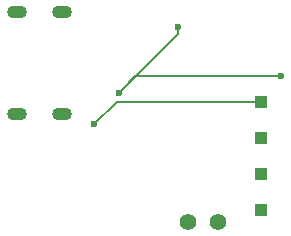
<source format=gbr>
%TF.GenerationSoftware,KiCad,Pcbnew,9.0.3*%
%TF.CreationDate,2025-11-25T19:37:03-05:00*%
%TF.ProjectId,Wren,5772656e-2e6b-4696-9361-645f70636258,rev?*%
%TF.SameCoordinates,Original*%
%TF.FileFunction,Copper,L4,Bot*%
%TF.FilePolarity,Positive*%
%FSLAX46Y46*%
G04 Gerber Fmt 4.6, Leading zero omitted, Abs format (unit mm)*
G04 Created by KiCad (PCBNEW 9.0.3) date 2025-11-25 19:37:03*
%MOMM*%
%LPD*%
G01*
G04 APERTURE LIST*
%TA.AperFunction,HeatsinkPad*%
%ADD10O,1.700000X1.100000*%
%TD*%
%TA.AperFunction,ComponentPad*%
%ADD11R,1.000000X1.000000*%
%TD*%
%TA.AperFunction,ComponentPad*%
%ADD12C,1.400000*%
%TD*%
%TA.AperFunction,ViaPad*%
%ADD13C,0.600000*%
%TD*%
%TA.AperFunction,Conductor*%
%ADD14C,0.200000*%
%TD*%
G04 APERTURE END LIST*
D10*
%TO.P,J13,S1,SHIELD*%
%TO.N,GND*%
X92050000Y-172160000D03*
X88250000Y-172160000D03*
X92050000Y-180800000D03*
X88250000Y-180800000D03*
%TD*%
D11*
%TO.P,J11,1,Pin_1*%
%TO.N,GND*%
X108950000Y-182800000D03*
%TD*%
%TO.P,J10,1,Pin_1*%
%TO.N,Net-(D144-K)*%
X108950000Y-179750000D03*
%TD*%
%TO.P,J12,1,Pin_1*%
%TO.N,Net-(J12-Pin_1)*%
X108950000Y-188900000D03*
%TD*%
D12*
%TO.P,TP2,2,2*%
%TO.N,Net-(U6-EN)*%
X105250000Y-189950000D03*
%TO.P,TP2,1,1*%
%TO.N,Net-(J12-Pin_1)*%
X102710000Y-189950000D03*
%TD*%
D11*
%TO.P,J14,1,Pin_1*%
%TO.N,Net-(J14-Pin_1)*%
X108950000Y-185850000D03*
%TD*%
D13*
%TO.N,Net-(D145-A)*%
X110600000Y-177600000D03*
%TO.N,Net-(D144-K)*%
X94800000Y-181650000D03*
%TO.N,Net-(D145-A)*%
X101850000Y-173450000D03*
X96850000Y-179000000D03*
%TD*%
D14*
%TO.N,Net-(D145-A)*%
X110600000Y-177600000D02*
X98250000Y-177600000D01*
%TO.N,Net-(D144-K)*%
X96700000Y-179750000D02*
X94800000Y-181650000D01*
X108950000Y-179750000D02*
X96700000Y-179750000D01*
%TO.N,Net-(D145-A)*%
X98250000Y-177600000D02*
X96850000Y-179000000D01*
X101850000Y-174000000D02*
X101850000Y-173450000D01*
X96850000Y-179000000D02*
X101850000Y-174000000D01*
%TD*%
M02*

</source>
